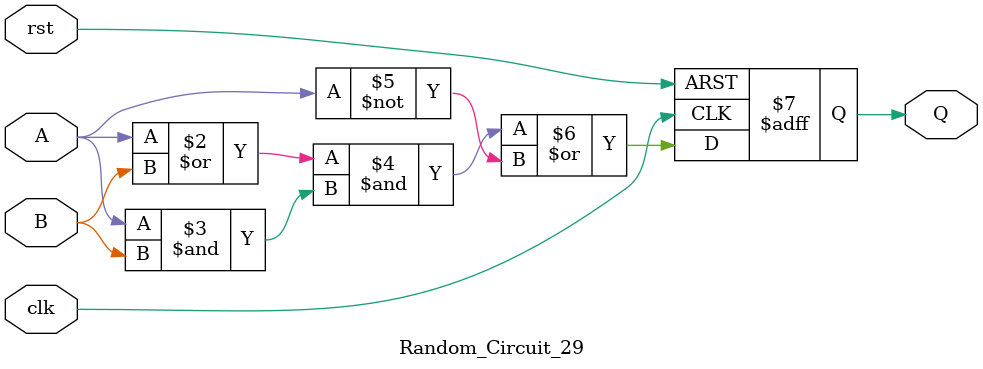
<source format=v>
module Random_Circuit_29 (
    input A, B, clk, rst,
    output reg Q
);
    always @(posedge clk or posedge rst) begin
        if (rst)
            Q <= 0;
        else
            Q <= (A | B) & (A & B) | ~A;  // OR, AND, NOT logic
    end
endmodule

</source>
